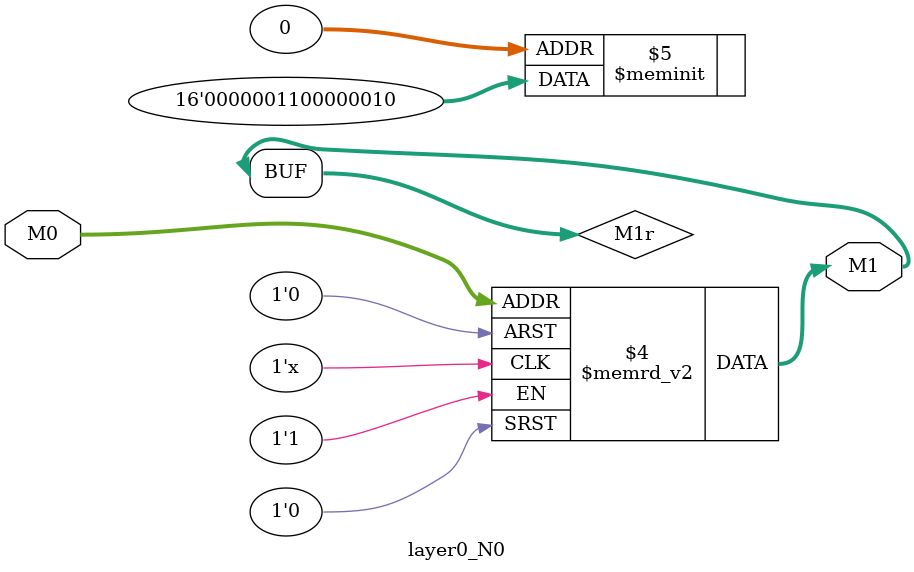
<source format=v>
module layer0_N0 ( input [2:0] M0, output [1:0] M1 );

	(*rom_style = "distributed" *) reg [1:0] M1r;
	assign M1 = M1r;
	always @ (M0) begin
		case (M0)
			3'b000: M1r = 2'b10;
			3'b100: M1r = 2'b11;
			3'b010: M1r = 2'b00;
			3'b110: M1r = 2'b00;
			3'b001: M1r = 2'b00;
			3'b101: M1r = 2'b00;
			3'b011: M1r = 2'b00;
			3'b111: M1r = 2'b00;

		endcase
	end
endmodule

</source>
